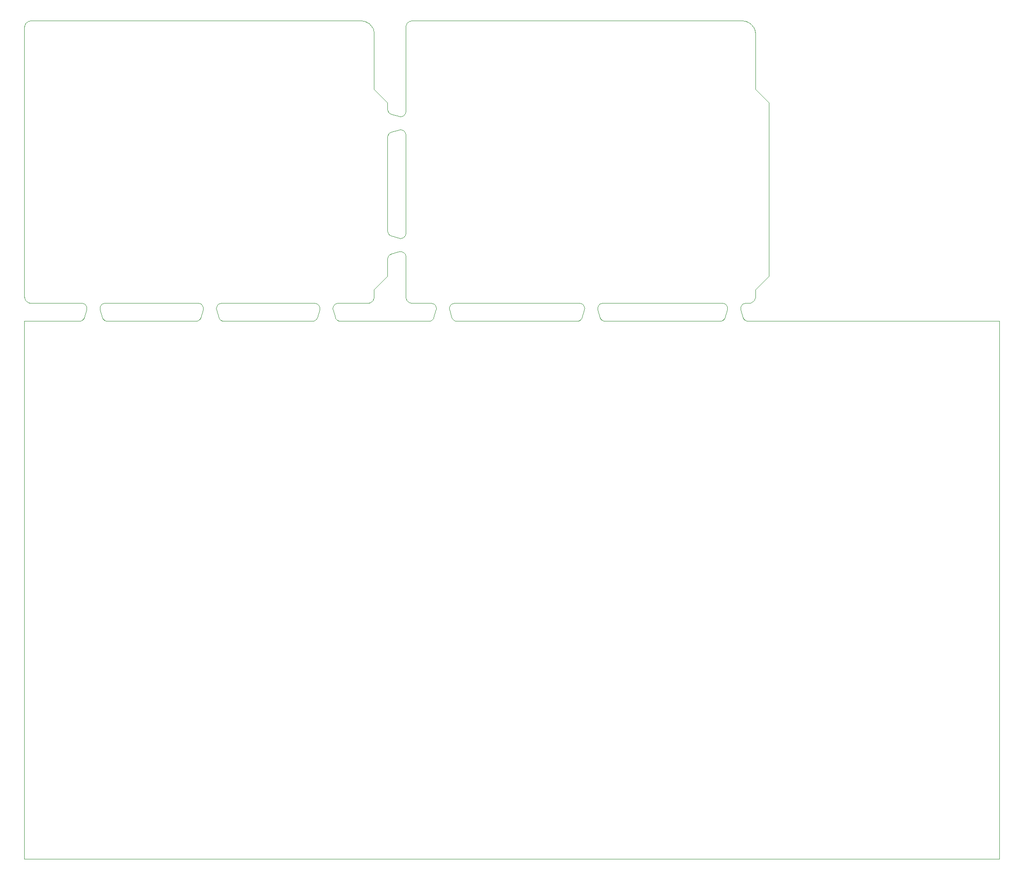
<source format=gko>
%MOIN*%
%OFA0B0*%
%FSLAX36Y36*%
%IPPOS*%
%LPD*%
%ADD10C,0*%
D10*
X005187556Y004133858D02*
X005187556Y004133858D01*
X005191213Y004133688D01*
X005194838Y004133178D01*
X005198401Y004132335D01*
X005201869Y004131164D01*
X005205214Y004129676D01*
X005208406Y004127883D01*
X005211418Y004125802D01*
X005214224Y004123450D01*
X005216799Y004120848D01*
X005219121Y004118018D01*
X005221170Y004114984D01*
X005222929Y004111773D01*
X005224381Y004108412D01*
X005225515Y004104932D01*
X005226321Y004101360D01*
X005226792Y004097730D01*
X005226924Y004094071D01*
X005226715Y004090416D01*
X005226167Y004086797D01*
X005225286Y004083243D01*
X005208860Y004028125D01*
X005208062Y004025733D01*
X005207114Y004023397D01*
X005206017Y004021126D01*
X005204778Y004018930D01*
X005203401Y004016818D01*
X005201891Y004014798D01*
X005200255Y004012880D01*
X005198499Y004011070D01*
X005196632Y004009376D01*
X005194659Y004007805D01*
X005192590Y004006363D01*
X005190434Y004005057D01*
X005188197Y004003892D01*
X005185891Y004002872D01*
X005183525Y004002002D01*
X005181107Y004001285D01*
X005178649Y004000724D01*
X005176160Y004000322D01*
X005173650Y004000080D01*
X005171129Y003999999D01*
X004317059Y003999999D01*
X004314538Y004000080D01*
X004312028Y004000322D01*
X004309539Y004000724D01*
X004307081Y004001285D01*
X004304663Y004002002D01*
X004302297Y004002872D01*
X004299990Y004003892D01*
X004297754Y004005057D01*
X004295598Y004006363D01*
X004293529Y004007805D01*
X004291556Y004009376D01*
X004289689Y004011070D01*
X004287933Y004012880D01*
X004286297Y004014798D01*
X004284787Y004016818D01*
X004283410Y004018930D01*
X004282170Y004021126D01*
X004281074Y004023397D01*
X004280126Y004025733D01*
X004279328Y004028125D01*
X004262902Y004083243D01*
X004262021Y004086797D01*
X004261473Y004090416D01*
X004261264Y004094071D01*
X004261396Y004097730D01*
X004261867Y004101360D01*
X004262673Y004104932D01*
X004263807Y004108412D01*
X004265259Y004111773D01*
X004267018Y004114984D01*
X004269067Y004118018D01*
X004271389Y004120848D01*
X004273964Y004123450D01*
X004276770Y004125802D01*
X004279782Y004127883D01*
X004282974Y004129676D01*
X004286319Y004131164D01*
X004289787Y004132335D01*
X004293350Y004133178D01*
X004296975Y004133688D01*
X004300632Y004133858D01*
X005187556Y004133858D01*
X003214696Y003999999D02*
X003214696Y003999999D01*
X003212176Y004000080D01*
X003209666Y004000322D01*
X003207177Y004000724D01*
X003204718Y004001285D01*
X003202301Y004002002D01*
X003199934Y004002872D01*
X003197628Y004003892D01*
X003195392Y004005057D01*
X003193235Y004006363D01*
X003191166Y004007805D01*
X003189194Y004009376D01*
X003187326Y004011070D01*
X003185571Y004012880D01*
X003183935Y004014798D01*
X003182425Y004016818D01*
X003181048Y004018930D01*
X003179808Y004021126D01*
X003178712Y004023397D01*
X003177763Y004025733D01*
X003176966Y004028125D01*
X003160540Y004083243D01*
X003159658Y004086797D01*
X003159111Y004090416D01*
X003158902Y004094071D01*
X003159034Y004097730D01*
X003159504Y004101360D01*
X003160310Y004104932D01*
X003161445Y004108412D01*
X003162897Y004111773D01*
X003164656Y004114984D01*
X003166705Y004118018D01*
X003169027Y004120848D01*
X003171602Y004123450D01*
X003174408Y004125802D01*
X003177419Y004127883D01*
X003180612Y004129676D01*
X003183956Y004131164D01*
X003187425Y004132335D01*
X003190988Y004133178D01*
X003194613Y004133688D01*
X003198270Y004133858D01*
X004124564Y004133858D01*
X004128221Y004133688D01*
X004131846Y004133178D01*
X004135409Y004132335D01*
X004138877Y004131164D01*
X004142222Y004129676D01*
X004145414Y004127883D01*
X004148426Y004125802D01*
X004151232Y004123450D01*
X004153807Y004120848D01*
X004156129Y004118018D01*
X004158178Y004114984D01*
X004159936Y004111773D01*
X004161389Y004108412D01*
X004162523Y004104932D01*
X004163329Y004101360D01*
X004163800Y004097730D01*
X004163932Y004094071D01*
X004163723Y004090416D01*
X004163175Y004086797D01*
X004162294Y004083243D01*
X004145868Y004028125D01*
X004145070Y004025733D01*
X004144122Y004023397D01*
X004143025Y004021126D01*
X004141786Y004018930D01*
X004140409Y004016818D01*
X004138899Y004014798D01*
X004137263Y004012880D01*
X004135507Y004011070D01*
X004133640Y004009376D01*
X004131667Y004007805D01*
X004129598Y004006363D01*
X004127441Y004005057D01*
X004125205Y004003892D01*
X004122899Y004002872D01*
X004120533Y004002002D01*
X004118115Y004001285D01*
X004115657Y004000724D01*
X004113167Y004000322D01*
X004110658Y004000080D01*
X004108137Y003999999D01*
X003214696Y003999999D01*
X002700000Y005368399D02*
X002700000Y005368399D01*
X002700082Y005370940D01*
X002700328Y005373471D01*
X002700737Y005375981D01*
X002701307Y005378459D01*
X002702035Y005380895D01*
X002702920Y005383279D01*
X002703956Y005385601D01*
X002705141Y005387851D01*
X002706468Y005390020D01*
X002707932Y005392099D01*
X002709527Y005394079D01*
X002711247Y005395951D01*
X002713084Y005397709D01*
X002715031Y005399345D01*
X002717080Y005400851D01*
X002719221Y005402223D01*
X002721446Y005403453D01*
X002723746Y005404537D01*
X002726112Y005405470D01*
X002728532Y005406248D01*
X002784438Y005422255D01*
X002787980Y005423095D01*
X002791584Y005423603D01*
X002795219Y005423776D01*
X002798855Y005423613D01*
X002802461Y005423115D01*
X002806005Y005422286D01*
X002809457Y005421133D01*
X002812789Y005419666D01*
X002815970Y005417898D01*
X002818975Y005415844D01*
X002821777Y005413521D01*
X002824352Y005410949D01*
X002826679Y005408150D01*
X002828738Y005405149D01*
X002830510Y005401970D01*
X002831982Y005398641D01*
X002833140Y005395190D01*
X002833974Y005391647D01*
X002834477Y005388042D01*
X002834645Y005384406D01*
X002834645Y004654963D01*
X002834477Y004651327D01*
X002833974Y004647722D01*
X002833140Y004644179D01*
X002831982Y004640728D01*
X002830510Y004637399D01*
X002828738Y004634220D01*
X002826679Y004631219D01*
X002824352Y004628420D01*
X002821777Y004625848D01*
X002818975Y004623525D01*
X002815970Y004621471D01*
X002812789Y004619703D01*
X002809457Y004618236D01*
X002806005Y004617083D01*
X002802461Y004616254D01*
X002798855Y004615756D01*
X002795219Y004615593D01*
X002791584Y004615766D01*
X002787980Y004616275D01*
X002784438Y004617114D01*
X002728532Y004633121D01*
X002726112Y004633899D01*
X002723746Y004634833D01*
X002721446Y004635916D01*
X002719221Y004637146D01*
X002717080Y004638518D01*
X002715031Y004640024D01*
X002713084Y004641660D01*
X002711247Y004643418D01*
X002709527Y004645290D01*
X002707932Y004647270D01*
X002706468Y004649349D01*
X002705141Y004651518D01*
X002703956Y004653768D01*
X002702920Y004656090D01*
X002702035Y004658474D01*
X002701307Y004660910D01*
X002700737Y004663388D01*
X002700328Y004665898D01*
X002700082Y004668429D01*
X002700000Y004670970D01*
X002700000Y005368399D01*
X002348555Y003999999D02*
X002348555Y003999999D01*
X002346034Y004000080D01*
X002343524Y004000322D01*
X002341035Y004000724D01*
X002338577Y004001285D01*
X002336159Y004002002D01*
X002333793Y004002872D01*
X002331487Y004003892D01*
X002329250Y004005057D01*
X002327094Y004006363D01*
X002325025Y004007805D01*
X002323052Y004009376D01*
X002321185Y004011070D01*
X002319429Y004012880D01*
X002317793Y004014798D01*
X002316283Y004016818D01*
X002314906Y004018930D01*
X002313667Y004021126D01*
X002312570Y004023397D01*
X002311622Y004025733D01*
X002310824Y004028125D01*
X002294398Y004083243D01*
X002293517Y004086797D01*
X002292969Y004090416D01*
X002292760Y004094071D01*
X002292892Y004097730D01*
X002293363Y004101360D01*
X002294169Y004104932D01*
X002295303Y004108412D01*
X002296755Y004111773D01*
X002298514Y004114984D01*
X002300563Y004118018D01*
X002302885Y004120848D01*
X002305460Y004123450D01*
X002308266Y004125802D01*
X002311278Y004127883D01*
X002314470Y004129676D01*
X002317815Y004131164D01*
X002321283Y004132335D01*
X002324846Y004133178D01*
X002328471Y004133688D01*
X002332128Y004133858D01*
X002549999Y004133858D01*
X002554358Y004134046D01*
X002558681Y004134618D01*
X002562940Y004135562D01*
X002567102Y004136874D01*
X002571129Y004138543D01*
X002574999Y004140555D01*
X002578677Y004142901D01*
X002582137Y004145554D01*
X002585354Y004148503D01*
X002588303Y004151720D01*
X002590956Y004155181D01*
X002593303Y004158858D01*
X002595314Y004162728D01*
X002596983Y004166755D01*
X002598295Y004170917D01*
X002599240Y004175177D01*
X002599811Y004179499D01*
X002600000Y004183858D01*
X002600000Y004233858D01*
X002700000Y004333858D01*
X002700000Y004462887D01*
X002700082Y004465429D01*
X002700328Y004467959D01*
X002700737Y004470469D01*
X002701307Y004472947D01*
X002702035Y004475383D01*
X002702920Y004477767D01*
X002703956Y004480089D01*
X002705141Y004482339D01*
X002706468Y004484508D01*
X002707932Y004486587D01*
X002709527Y004488567D01*
X002711247Y004490440D01*
X002713084Y004492197D01*
X002715031Y004493833D01*
X002717080Y004495340D01*
X002719221Y004496711D01*
X002721446Y004497941D01*
X002723746Y004499025D01*
X002726112Y004499958D01*
X002728532Y004500736D01*
X002784438Y004516744D01*
X002787980Y004517583D01*
X002791584Y004518091D01*
X002795219Y004518265D01*
X002798855Y004518101D01*
X002802461Y004517603D01*
X002806005Y004516774D01*
X002809457Y004515621D01*
X002812789Y004514155D01*
X002815970Y004512387D01*
X002818975Y004510332D01*
X002821777Y004508009D01*
X002824352Y004505437D01*
X002826679Y004502639D01*
X002828738Y004499637D01*
X002830510Y004496458D01*
X002831982Y004493129D01*
X002833140Y004489678D01*
X002833974Y004486135D01*
X002834477Y004482530D01*
X002834645Y004478894D01*
X002834645Y004183858D01*
X002834834Y004179499D01*
X002835405Y004175177D01*
X002836350Y004170917D01*
X002837661Y004166755D01*
X002839330Y004162728D01*
X002841342Y004158858D01*
X002843688Y004155181D01*
X002846342Y004151720D01*
X002849291Y004148503D01*
X002852507Y004145554D01*
X002855968Y004142901D01*
X002859645Y004140555D01*
X002863515Y004138543D01*
X002867543Y004136874D01*
X002871704Y004135562D01*
X002875964Y004134618D01*
X002880287Y004134046D01*
X002884645Y004133858D01*
X003022202Y004133858D01*
X003025859Y004133688D01*
X003029484Y004133178D01*
X003033046Y004132335D01*
X003036515Y004131164D01*
X003039860Y004129676D01*
X003043052Y004127883D01*
X003046064Y004125802D01*
X003048869Y004123450D01*
X003051444Y004120848D01*
X003053767Y004118018D01*
X003055816Y004114984D01*
X003057574Y004111773D01*
X003059027Y004108412D01*
X003060161Y004104932D01*
X003060967Y004101360D01*
X003061438Y004097730D01*
X003061569Y004094071D01*
X003061361Y004090416D01*
X003060813Y004086797D01*
X003059932Y004083243D01*
X003043505Y004028125D01*
X003042708Y004025733D01*
X003041759Y004023397D01*
X003040663Y004021126D01*
X003039424Y004018930D01*
X003038046Y004016818D01*
X003036537Y004014798D01*
X003034901Y004012880D01*
X003033145Y004011070D01*
X003031277Y004009376D01*
X003029305Y004007805D01*
X003027236Y004006363D01*
X003025079Y004005057D01*
X003022843Y004003892D01*
X003020537Y004002872D01*
X003018170Y004002002D01*
X003015753Y004001285D01*
X003013295Y004000724D01*
X003010805Y004000322D01*
X003008295Y004000080D01*
X003005775Y003999999D01*
X002348555Y003999999D01*
X002156060Y004133858D02*
X002156060Y004133858D01*
X002159717Y004133688D01*
X002163342Y004133178D01*
X002166905Y004132335D01*
X002170373Y004131164D01*
X002173718Y004129676D01*
X002176910Y004127883D01*
X002179922Y004125802D01*
X002182728Y004123450D01*
X002185303Y004120848D01*
X002187625Y004118018D01*
X002189674Y004114984D01*
X002191432Y004111773D01*
X002192885Y004108412D01*
X002194019Y004104932D01*
X002194825Y004101360D01*
X002195296Y004097730D01*
X002195428Y004094071D01*
X002195219Y004090416D01*
X002194671Y004086797D01*
X002193790Y004083243D01*
X002177364Y004028125D01*
X002176566Y004025733D01*
X002175618Y004023397D01*
X002174521Y004021126D01*
X002173282Y004018930D01*
X002171905Y004016818D01*
X002170395Y004014798D01*
X002168759Y004012880D01*
X002167003Y004011070D01*
X002165136Y004009376D01*
X002163163Y004007805D01*
X002161094Y004006363D01*
X002158938Y004005057D01*
X002156701Y004003892D01*
X002154395Y004002872D01*
X002152029Y004002002D01*
X002149611Y004001285D01*
X002147153Y004000724D01*
X002144664Y004000322D01*
X002142154Y004000080D01*
X002139633Y003999999D01*
X001482413Y003999999D01*
X001479893Y004000080D01*
X001477383Y004000322D01*
X001474893Y004000724D01*
X001472435Y004001285D01*
X001470018Y004002002D01*
X001467651Y004002872D01*
X001465345Y004003892D01*
X001463109Y004005057D01*
X001460952Y004006363D01*
X001458883Y004007805D01*
X001456911Y004009376D01*
X001455043Y004011070D01*
X001453287Y004012880D01*
X001451651Y004014798D01*
X001450142Y004016818D01*
X001448764Y004018930D01*
X001447525Y004021126D01*
X001446429Y004023397D01*
X001445480Y004025733D01*
X001444683Y004028125D01*
X001428256Y004083243D01*
X001427375Y004086797D01*
X001426827Y004090416D01*
X001426619Y004094071D01*
X001426750Y004097730D01*
X001427221Y004101360D01*
X001428027Y004104932D01*
X001429161Y004108412D01*
X001430614Y004111773D01*
X001432372Y004114984D01*
X001434421Y004118018D01*
X001436744Y004120848D01*
X001439319Y004123450D01*
X001442124Y004125802D01*
X001445136Y004127883D01*
X001448328Y004129676D01*
X001451673Y004131164D01*
X001455142Y004132335D01*
X001458704Y004133178D01*
X001462329Y004133688D01*
X001465986Y004133858D01*
X002156060Y004133858D01*
X000616271Y003999999D02*
X000616271Y003999999D01*
X000613751Y004000080D01*
X000611241Y004000322D01*
X000608752Y004000724D01*
X000606293Y004001285D01*
X000603876Y004002002D01*
X000601509Y004002872D01*
X000599203Y004003892D01*
X000596967Y004005057D01*
X000594810Y004006363D01*
X000592741Y004007805D01*
X000590769Y004009376D01*
X000588901Y004011070D01*
X000587146Y004012880D01*
X000585510Y004014798D01*
X000584000Y004016818D01*
X000582622Y004018930D01*
X000581383Y004021126D01*
X000580287Y004023397D01*
X000579338Y004025733D01*
X000578541Y004028125D01*
X000562115Y004083243D01*
X000561233Y004086797D01*
X000560686Y004090416D01*
X000560477Y004094071D01*
X000560608Y004097730D01*
X000561079Y004101360D01*
X000561885Y004104932D01*
X000563019Y004108412D01*
X000564472Y004111773D01*
X000566231Y004114984D01*
X000568280Y004118018D01*
X000570602Y004120848D01*
X000573177Y004123450D01*
X000575982Y004125802D01*
X000578994Y004127883D01*
X000582186Y004129676D01*
X000585531Y004131164D01*
X000589000Y004132335D01*
X000592562Y004133178D01*
X000596188Y004133688D01*
X000599845Y004133858D01*
X001289918Y004133858D01*
X001293575Y004133688D01*
X001297200Y004133178D01*
X001300763Y004132335D01*
X001304232Y004131164D01*
X001307576Y004129676D01*
X001310769Y004127883D01*
X001313780Y004125802D01*
X001316586Y004123450D01*
X001319161Y004120848D01*
X001321483Y004118018D01*
X001323532Y004114984D01*
X001325291Y004111773D01*
X001326743Y004108412D01*
X001327878Y004104932D01*
X001328684Y004101360D01*
X001329154Y004097730D01*
X001329286Y004094071D01*
X001329077Y004090416D01*
X001328530Y004086797D01*
X001327648Y004083243D01*
X001311222Y004028125D01*
X001310425Y004025733D01*
X001309476Y004023397D01*
X001308380Y004021126D01*
X001307140Y004018930D01*
X001305763Y004016818D01*
X001304253Y004014798D01*
X001302617Y004012880D01*
X001300862Y004011070D01*
X001298994Y004009376D01*
X001297022Y004007805D01*
X001294953Y004006363D01*
X001292796Y004005057D01*
X001290560Y004003892D01*
X001288254Y004002872D01*
X001285887Y004002002D01*
X001283469Y004001285D01*
X001281011Y004000724D01*
X001278522Y004000322D01*
X001276012Y004000080D01*
X001273492Y003999999D01*
X000616271Y003999999D01*
X000423776Y004133858D02*
X000423776Y004133858D01*
X000427433Y004133688D01*
X000431059Y004133178D01*
X000434621Y004132335D01*
X000438090Y004131164D01*
X000441435Y004129676D01*
X000444627Y004127883D01*
X000447639Y004125802D01*
X000450444Y004123450D01*
X000453019Y004120848D01*
X000455341Y004118018D01*
X000457391Y004114984D01*
X000459149Y004111773D01*
X000460602Y004108412D01*
X000461736Y004104932D01*
X000462542Y004101360D01*
X000463013Y004097730D01*
X000463144Y004094071D01*
X000462935Y004090416D01*
X000462388Y004086797D01*
X000461507Y004083243D01*
X000445080Y004028125D01*
X000444283Y004025733D01*
X000443334Y004023397D01*
X000442238Y004021126D01*
X000440999Y004018930D01*
X000439621Y004016818D01*
X000438111Y004014798D01*
X000436475Y004012880D01*
X000434720Y004011070D01*
X000432852Y004009376D01*
X000430880Y004007805D01*
X000428811Y004006363D01*
X000426654Y004005057D01*
X000424418Y004003892D01*
X000422112Y004002872D01*
X000419745Y004002002D01*
X000417328Y004001285D01*
X000414869Y004000724D01*
X000412380Y004000322D01*
X000409870Y004000080D01*
X000407350Y003999999D01*
X000000000Y003999999D01*
X000000000Y000000000D01*
X007249999Y000000000D01*
X007249999Y003999999D01*
X005380051Y003999999D01*
X005377530Y004000080D01*
X005375021Y004000322D01*
X005372531Y004000724D01*
X005370073Y004001285D01*
X005367655Y004002002D01*
X005365289Y004002872D01*
X005362983Y004003892D01*
X005360747Y004005057D01*
X005358590Y004006363D01*
X005356521Y004007805D01*
X005354548Y004009376D01*
X005352681Y004011070D01*
X005350925Y004012880D01*
X005349289Y004014798D01*
X005347779Y004016818D01*
X005346402Y004018930D01*
X005345163Y004021126D01*
X005344066Y004023397D01*
X005343118Y004025733D01*
X005342320Y004028125D01*
X005325894Y004083243D01*
X005325013Y004086797D01*
X005324465Y004090416D01*
X005324256Y004094071D01*
X005324388Y004097730D01*
X005324859Y004101360D01*
X005325665Y004104932D01*
X005326799Y004108412D01*
X005328252Y004111773D01*
X005330010Y004114984D01*
X005332059Y004118018D01*
X005334381Y004120848D01*
X005336956Y004123450D01*
X005339762Y004125802D01*
X005342774Y004127883D01*
X005345966Y004129676D01*
X005349311Y004131164D01*
X005352779Y004132335D01*
X005356342Y004133178D01*
X005359967Y004133688D01*
X005363624Y004133858D01*
X005384645Y004133858D01*
X005389003Y004134046D01*
X005393326Y004134618D01*
X005397586Y004135562D01*
X005401747Y004136874D01*
X005405775Y004138543D01*
X005409645Y004140555D01*
X005413322Y004142901D01*
X005416783Y004145554D01*
X005419999Y004148503D01*
X005422948Y004151720D01*
X005425602Y004155181D01*
X005427948Y004158858D01*
X005429960Y004162728D01*
X005431629Y004166755D01*
X005432940Y004170917D01*
X005433885Y004175177D01*
X005434456Y004179499D01*
X005434645Y004183858D01*
X005434645Y004233858D01*
X005534645Y004333858D01*
X005534645Y005623857D01*
X005434645Y005723858D01*
X005434645Y006133858D01*
X005434263Y006142574D01*
X005433126Y006151224D01*
X005431240Y006159740D01*
X005428613Y006168059D01*
X005425275Y006176122D01*
X005421248Y006183858D01*
X005416558Y006191216D01*
X005411251Y006198137D01*
X005405358Y006204570D01*
X005398925Y006210464D01*
X005392003Y006215771D01*
X005384645Y006220460D01*
X005376909Y006224488D01*
X005368846Y006227826D01*
X005360527Y006230452D01*
X005352011Y006232338D01*
X005343362Y006233476D01*
X005334645Y006233858D01*
X002884645Y006233858D01*
X002880287Y006233669D01*
X002875964Y006233098D01*
X002871704Y006232153D01*
X002867543Y006230842D01*
X002863515Y006229173D01*
X002859645Y006227161D01*
X002855968Y006224814D01*
X002852507Y006222161D01*
X002849291Y006219212D01*
X002846342Y006215996D01*
X002843688Y006212535D01*
X002841342Y006208858D01*
X002839330Y006204988D01*
X002837661Y006200960D01*
X002836350Y006196799D01*
X002835405Y006192539D01*
X002834834Y006188216D01*
X002834645Y006183858D01*
X002834645Y005560475D01*
X002834477Y005556839D01*
X002833974Y005553234D01*
X002833140Y005549691D01*
X002831982Y005546240D01*
X002830510Y005542911D01*
X002828738Y005539732D01*
X002826679Y005536731D01*
X002824352Y005533932D01*
X002821777Y005531360D01*
X002818975Y005529037D01*
X002815970Y005526983D01*
X002812789Y005525214D01*
X002809457Y005523748D01*
X002806005Y005522595D01*
X002802461Y005521766D01*
X002798855Y005521268D01*
X002795219Y005521105D01*
X002791584Y005521278D01*
X002787980Y005521786D01*
X002784438Y005522625D01*
X002728532Y005538633D01*
X002726112Y005539411D01*
X002723746Y005540344D01*
X002721446Y005541428D01*
X002719221Y005542658D01*
X002717080Y005544029D01*
X002715031Y005545536D01*
X002713084Y005547172D01*
X002711247Y005548929D01*
X002709527Y005550802D01*
X002707932Y005552782D01*
X002706468Y005554861D01*
X002705141Y005557030D01*
X002703956Y005559280D01*
X002702920Y005561602D01*
X002702035Y005563986D01*
X002701307Y005566422D01*
X002700737Y005568900D01*
X002700328Y005571410D01*
X002700082Y005573940D01*
X002700000Y005576482D01*
X002700000Y005623857D01*
X002600000Y005723858D01*
X002600000Y006133858D01*
X002599617Y006142574D01*
X002598480Y006151224D01*
X002596594Y006159740D01*
X002593968Y006168059D01*
X002590629Y006176122D01*
X002586602Y006183858D01*
X002581913Y006191216D01*
X002576606Y006198137D01*
X002570712Y006204570D01*
X002564279Y006210464D01*
X002557358Y006215771D01*
X002549999Y006220460D01*
X002542263Y006224488D01*
X002534200Y006227826D01*
X002525881Y006230452D01*
X002517366Y006232338D01*
X002508716Y006233476D01*
X002500000Y006233858D01*
X000049999Y006233858D01*
X000045641Y006233669D01*
X000041318Y006233098D01*
X000037059Y006232153D01*
X000032897Y006230842D01*
X000028870Y006229173D01*
X000024999Y006227161D01*
X000021322Y006224814D01*
X000017862Y006222161D01*
X000014645Y006219212D01*
X000011696Y006215996D01*
X000009043Y006212535D01*
X000006696Y006208858D01*
X000004685Y006204988D01*
X000003015Y006200960D01*
X000001704Y006196799D01*
X000000759Y006192539D01*
X000000188Y006188216D01*
X000000000Y006183858D01*
X000000000Y004183858D01*
X000000188Y004179499D01*
X000000759Y004175177D01*
X000001704Y004170917D01*
X000003015Y004166755D01*
X000004685Y004162728D01*
X000006696Y004158858D01*
X000009043Y004155181D01*
X000011696Y004151720D01*
X000014645Y004148503D01*
X000017862Y004145554D01*
X000021322Y004142901D01*
X000024999Y004140555D01*
X000028870Y004138543D01*
X000032897Y004136874D01*
X000037059Y004135562D01*
X000041318Y004134618D01*
X000045641Y004134046D01*
X000049999Y004133858D01*
X000423776Y004133858D01*
M02*
</source>
